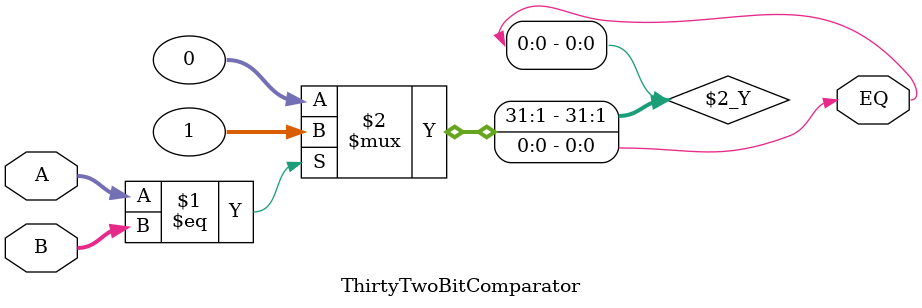
<source format=v>
module ThirtyTwoBitComparator (
	input wire[31:0] A,
	input wire[31:0] B,
	output wire EQ
);

assign EQ = (A == B)? 1 : 0;

endmodule


</source>
